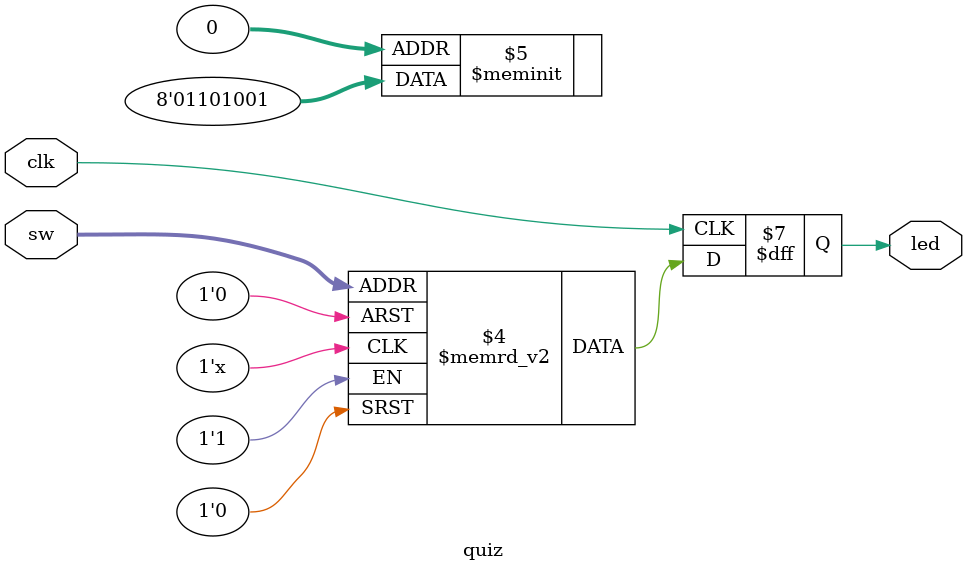
<source format=v>
module quiz(clk, sw, led);
input clk;
input [2:0] sw;
output reg [0:0] led;


always @ (posedge clk)
begin
  case(sw)
    3'b000 : led <= 1;
    3'b001 : led <= 0;
    3'b010 : led <= 0;
    3'b011 : led <= 1;
    3'b100 : led <= 0;
    3'b101 : led <= 1;
    3'b110 : led <= 1;
    3'b111 : led <= 0;
  endcase
end
endmodule

</source>
